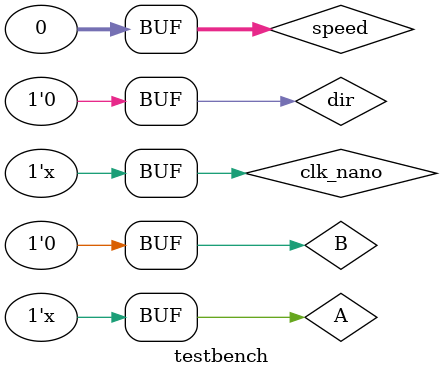
<source format=sv>
`timescale 1ns/1ps     

module testbench();

	reg clk_nano;
	reg A;
	reg B;
	reg [31:0] speed;
	reg dir;




	test dut(
		.clk_nano		(clk_nano),
		.A		(A),
		
		.B			(B),
		.speed		(speed),
		
		.dir			(dir)

	);

	always #20 clk_nano = ~clk_nano;
	always #3000 A = ~A;
	
	initial 
		begin 
		B = 1'b0;
		dir = 0;
		speed = 1'b0;
		#5
		clk_nano   = 1'b0;
		A = 1'b0;
		#30000
		clk_nano = 1'b0;
	end
	
endmodule 
</source>
